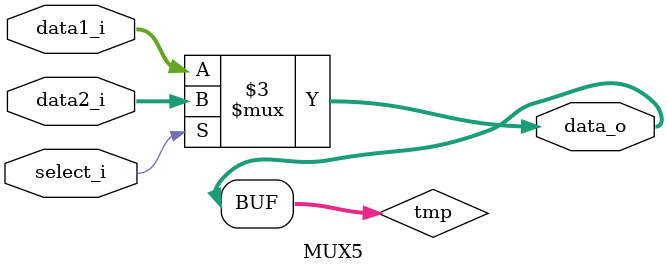
<source format=v>
module MUX5
(
	data1_i,
	data2_i,
	select_i,
	data_o
);

input [4:0] data1_i, data2_i;
input select_i;
reg [4:0] tmp;
output [4:0] data_o;

assign data_o = tmp;

always@(*) begin
	if(select_i) begin
		tmp = data2_i;
	end
	else begin
		tmp = data1_i;
	end
end

endmodule

</source>
